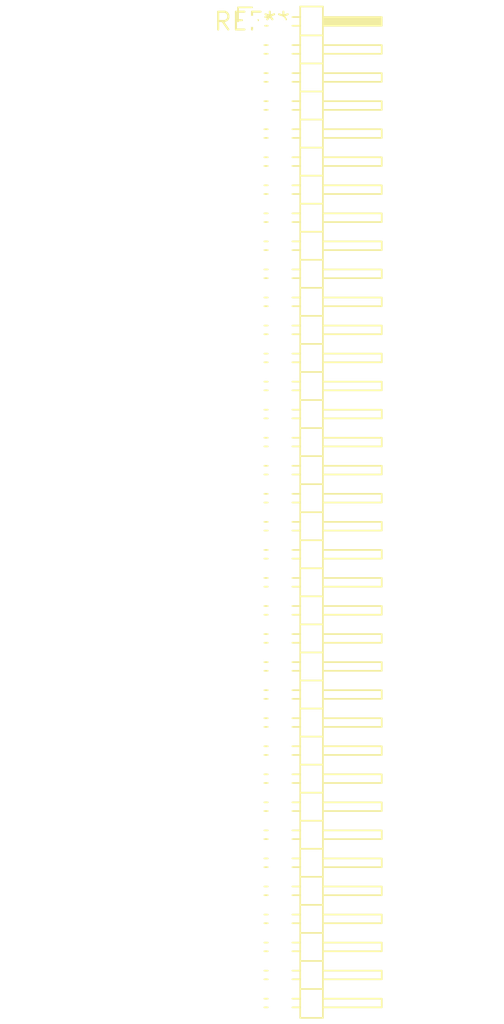
<source format=kicad_pcb>
(kicad_pcb (version 20240108) (generator pcbnew)
  (layers (0 "F.Cu" signal) (31 "B.Cu" signal) (34 "B.Paste" user) (35 "F.Paste" user) (36 "B.SilkS" user "B.Silkscreen") (37 "F.SilkS" user "F.Silkscreen") (38 "B.Mask" user) (39 "F.Mask" user) (44 "Edge.Cuts" user))
  (net 0 "")
  (footprint "PinHeader_2x36_P2.00mm_Horizontal" (layer "F.Cu") (at 0 0)
    (property "Reference" "REF**")
    (property "Value" "PinHeader_2x36_P2.00mm_Horizontal")
    (fp_line (start -1 -1) (end 0 -1) (layer "F.SilkS") (stroke (width 0.12)))
    (fp_line (start -1 0) (end -1 -1) (layer "F.SilkS") (stroke (width 0.12)))
    (fp_line (start 0.882114 1.69) (end 1.117886 1.69) (layer "F.SilkS") (stroke (width 0.12)))
    (fp_line (start 0.882114 2.31) (end 1.117886 2.31) (layer "F.SilkS") (stroke (width 0.12)))
    (fp_line (start 0.882114 3.69) (end 1.117886 3.69) (layer "F.SilkS") (stroke (width 0.12)))
    (fp_line (start 0.882114 4.31) (end 1.117886 4.31) (layer "F.SilkS") (stroke (width 0.12)))
    (fp_line (start 0.882114 5.69) (end 1.117886 5.69) (layer "F.SilkS") (stroke (width 0.12)))
    (fp_line (start 0.882114 6.31) (end 1.117886 6.31) (layer "F.SilkS") (stroke (width 0.12)))
    (fp_line (start 0.882114 7.69) (end 1.117886 7.69) (layer "F.SilkS") (stroke (width 0.12)))
    (fp_line (start 0.882114 8.31) (end 1.117886 8.31) (layer "F.SilkS") (stroke (width 0.12)))
    (fp_line (start 0.882114 9.69) (end 1.117886 9.69) (layer "F.SilkS") (stroke (width 0.12)))
    (fp_line (start 0.882114 10.31) (end 1.117886 10.31) (layer "F.SilkS") (stroke (width 0.12)))
    (fp_line (start 0.882114 11.69) (end 1.117886 11.69) (layer "F.SilkS") (stroke (width 0.12)))
    (fp_line (start 0.882114 12.31) (end 1.117886 12.31) (layer "F.SilkS") (stroke (width 0.12)))
    (fp_line (start 0.882114 13.69) (end 1.117886 13.69) (layer "F.SilkS") (stroke (width 0.12)))
    (fp_line (start 0.882114 14.31) (end 1.117886 14.31) (layer "F.SilkS") (stroke (width 0.12)))
    (fp_line (start 0.882114 15.69) (end 1.117886 15.69) (layer "F.SilkS") (stroke (width 0.12)))
    (fp_line (start 0.882114 16.31) (end 1.117886 16.31) (layer "F.SilkS") (stroke (width 0.12)))
    (fp_line (start 0.882114 17.69) (end 1.117886 17.69) (layer "F.SilkS") (stroke (width 0.12)))
    (fp_line (start 0.882114 18.31) (end 1.117886 18.31) (layer "F.SilkS") (stroke (width 0.12)))
    (fp_line (start 0.882114 19.69) (end 1.117886 19.69) (layer "F.SilkS") (stroke (width 0.12)))
    (fp_line (start 0.882114 20.31) (end 1.117886 20.31) (layer "F.SilkS") (stroke (width 0.12)))
    (fp_line (start 0.882114 21.69) (end 1.117886 21.69) (layer "F.SilkS") (stroke (width 0.12)))
    (fp_line (start 0.882114 22.31) (end 1.117886 22.31) (layer "F.SilkS") (stroke (width 0.12)))
    (fp_line (start 0.882114 23.69) (end 1.117886 23.69) (layer "F.SilkS") (stroke (width 0.12)))
    (fp_line (start 0.882114 24.31) (end 1.117886 24.31) (layer "F.SilkS") (stroke (width 0.12)))
    (fp_line (start 0.882114 25.69) (end 1.117886 25.69) (layer "F.SilkS") (stroke (width 0.12)))
    (fp_line (start 0.882114 26.31) (end 1.117886 26.31) (layer "F.SilkS") (stroke (width 0.12)))
    (fp_line (start 0.882114 27.69) (end 1.117886 27.69) (layer "F.SilkS") (stroke (width 0.12)))
    (fp_line (start 0.882114 28.31) (end 1.117886 28.31) (layer "F.SilkS") (stroke (width 0.12)))
    (fp_line (start 0.882114 29.69) (end 1.117886 29.69) (layer "F.SilkS") (stroke (width 0.12)))
    (fp_line (start 0.882114 30.31) (end 1.117886 30.31) (layer "F.SilkS") (stroke (width 0.12)))
    (fp_line (start 0.882114 31.69) (end 1.117886 31.69) (layer "F.SilkS") (stroke (width 0.12)))
    (fp_line (start 0.882114 32.31) (end 1.117886 32.31) (layer "F.SilkS") (stroke (width 0.12)))
    (fp_line (start 0.882114 33.69) (end 1.117886 33.69) (layer "F.SilkS") (stroke (width 0.12)))
    (fp_line (start 0.882114 34.31) (end 1.117886 34.31) (layer "F.SilkS") (stroke (width 0.12)))
    (fp_line (start 0.882114 35.69) (end 1.117886 35.69) (layer "F.SilkS") (stroke (width 0.12)))
    (fp_line (start 0.882114 36.31) (end 1.117886 36.31) (layer "F.SilkS") (stroke (width 0.12)))
    (fp_line (start 0.882114 37.69) (end 1.117886 37.69) (layer "F.SilkS") (stroke (width 0.12)))
    (fp_line (start 0.882114 38.31) (end 1.117886 38.31) (layer "F.SilkS") (stroke (width 0.12)))
    (fp_line (start 0.882114 39.69) (end 1.117886 39.69) (layer "F.SilkS") (stroke (width 0.12)))
    (fp_line (start 0.882114 40.31) (end 1.117886 40.31) (layer "F.SilkS") (stroke (width 0.12)))
    (fp_line (start 0.882114 41.69) (end 1.117886 41.69) (layer "F.SilkS") (stroke (width 0.12)))
    (fp_line (start 0.882114 42.31) (end 1.117886 42.31) (layer "F.SilkS") (stroke (width 0.12)))
    (fp_line (start 0.882114 43.69) (end 1.117886 43.69) (layer "F.SilkS") (stroke (width 0.12)))
    (fp_line (start 0.882114 44.31) (end 1.117886 44.31) (layer "F.SilkS") (stroke (width 0.12)))
    (fp_line (start 0.882114 45.69) (end 1.117886 45.69) (layer "F.SilkS") (stroke (width 0.12)))
    (fp_line (start 0.882114 46.31) (end 1.117886 46.31) (layer "F.SilkS") (stroke (width 0.12)))
    (fp_line (start 0.882114 47.69) (end 1.117886 47.69) (layer "F.SilkS") (stroke (width 0.12)))
    (fp_line (start 0.882114 48.31) (end 1.117886 48.31) (layer "F.SilkS") (stroke (width 0.12)))
    (fp_line (start 0.882114 49.69) (end 1.117886 49.69) (layer "F.SilkS") (stroke (width 0.12)))
    (fp_line (start 0.882114 50.31) (end 1.117886 50.31) (layer "F.SilkS") (stroke (width 0.12)))
    (fp_line (start 0.882114 51.69) (end 1.117886 51.69) (layer "F.SilkS") (stroke (width 0.12)))
    (fp_line (start 0.882114 52.31) (end 1.117886 52.31) (layer "F.SilkS") (stroke (width 0.12)))
    (fp_line (start 0.882114 53.69) (end 1.117886 53.69) (layer "F.SilkS") (stroke (width 0.12)))
    (fp_line (start 0.882114 54.31) (end 1.117886 54.31) (layer "F.SilkS") (stroke (width 0.12)))
    (fp_line (start 0.882114 55.69) (end 1.117886 55.69) (layer "F.SilkS") (stroke (width 0.12)))
    (fp_line (start 0.882114 56.31) (end 1.117886 56.31) (layer "F.SilkS") (stroke (width 0.12)))
    (fp_line (start 0.882114 57.69) (end 1.117886 57.69) (layer "F.SilkS") (stroke (width 0.12)))
    (fp_line (start 0.882114 58.31) (end 1.117886 58.31) (layer "F.SilkS") (stroke (width 0.12)))
    (fp_line (start 0.882114 59.69) (end 1.117886 59.69) (layer "F.SilkS") (stroke (width 0.12)))
    (fp_line (start 0.882114 60.31) (end 1.117886 60.31) (layer "F.SilkS") (stroke (width 0.12)))
    (fp_line (start 0.882114 61.69) (end 1.117886 61.69) (layer "F.SilkS") (stroke (width 0.12)))
    (fp_line (start 0.882114 62.31) (end 1.117886 62.31) (layer "F.SilkS") (stroke (width 0.12)))
    (fp_line (start 0.882114 63.69) (end 1.117886 63.69) (layer "F.SilkS") (stroke (width 0.12)))
    (fp_line (start 0.882114 64.31) (end 1.117886 64.31) (layer "F.SilkS") (stroke (width 0.12)))
    (fp_line (start 0.882114 65.69) (end 1.117886 65.69) (layer "F.SilkS") (stroke (width 0.12)))
    (fp_line (start 0.882114 66.31) (end 1.117886 66.31) (layer "F.SilkS") (stroke (width 0.12)))
    (fp_line (start 0.882114 67.69) (end 1.117886 67.69) (layer "F.SilkS") (stroke (width 0.12)))
    (fp_line (start 0.882114 68.31) (end 1.117886 68.31) (layer "F.SilkS") (stroke (width 0.12)))
    (fp_line (start 0.882114 69.69) (end 1.117886 69.69) (layer "F.SilkS") (stroke (width 0.12)))
    (fp_line (start 0.882114 70.31) (end 1.117886 70.31) (layer "F.SilkS") (stroke (width 0.12)))
    (fp_line (start 0.935 -0.31) (end 1.117886 -0.31) (layer "F.SilkS") (stroke (width 0.12)))
    (fp_line (start 0.935 0.31) (end 1.117886 0.31) (layer "F.SilkS") (stroke (width 0.12)))
    (fp_line (start 2.882114 -0.31) (end 3.44 -0.31) (layer "F.SilkS") (stroke (width 0.12)))
    (fp_line (start 2.882114 0.31) (end 3.44 0.31) (layer "F.SilkS") (stroke (width 0.12)))
    (fp_line (start 2.882114 1.69) (end 3.44 1.69) (layer "F.SilkS") (stroke (width 0.12)))
    (fp_line (start 2.882114 2.31) (end 3.44 2.31) (layer "F.SilkS") (stroke (width 0.12)))
    (fp_line (start 2.882114 3.69) (end 3.44 3.69) (layer "F.SilkS") (stroke (width 0.12)))
    (fp_line (start 2.882114 4.31) (end 3.44 4.31) (layer "F.SilkS") (stroke (width 0.12)))
    (fp_line (start 2.882114 5.69) (end 3.44 5.69) (layer "F.SilkS") (stroke (width 0.12)))
    (fp_line (start 2.882114 6.31) (end 3.44 6.31) (layer "F.SilkS") (stroke (width 0.12)))
    (fp_line (start 2.882114 7.69) (end 3.44 7.69) (layer "F.SilkS") (stroke (width 0.12)))
    (fp_line (start 2.882114 8.31) (end 3.44 8.31) (layer "F.SilkS") (stroke (width 0.12)))
    (fp_line (start 2.882114 9.69) (end 3.44 9.69) (layer "F.SilkS") (stroke (width 0.12)))
    (fp_line (start 2.882114 10.31) (end 3.44 10.31) (layer "F.SilkS") (stroke (width 0.12)))
    (fp_line (start 2.882114 11.69) (end 3.44 11.69) (layer "F.SilkS") (stroke (width 0.12)))
    (fp_line (start 2.882114 12.31) (end 3.44 12.31) (layer "F.SilkS") (stroke (width 0.12)))
    (fp_line (start 2.882114 13.69) (end 3.44 13.69) (layer "F.SilkS") (stroke (width 0.12)))
    (fp_line (start 2.882114 14.31) (end 3.44 14.31) (layer "F.SilkS") (stroke (width 0.12)))
    (fp_line (start 2.882114 15.69) (end 3.44 15.69) (layer "F.SilkS") (stroke (width 0.12)))
    (fp_line (start 2.882114 16.31) (end 3.44 16.31) (layer "F.SilkS") (stroke (width 0.12)))
    (fp_line (start 2.882114 17.69) (end 3.44 17.69) (layer "F.SilkS") (stroke (width 0.12)))
    (fp_line (start 2.882114 18.31) (end 3.44 18.31) (layer "F.SilkS") (stroke (width 0.12)))
    (fp_line (start 2.882114 19.69) (end 3.44 19.69) (layer "F.SilkS") (stroke (width 0.12)))
    (fp_line (start 2.882114 20.31) (end 3.44 20.31) (layer "F.SilkS") (stroke (width 0.12)))
    (fp_line (start 2.882114 21.69) (end 3.44 21.69) (layer "F.SilkS") (stroke (width 0.12)))
    (fp_line (start 2.882114 22.31) (end 3.44 22.31) (layer "F.SilkS") (stroke (width 0.12)))
    (fp_line (start 2.882114 23.69) (end 3.44 23.69) (layer "F.SilkS") (stroke (width 0.12)))
    (fp_line (start 2.882114 24.31) (end 3.44 24.31) (layer "F.SilkS") (stroke (width 0.12)))
    (fp_line (start 2.882114 25.69) (end 3.44 25.69) (layer "F.SilkS") (stroke (width 0.12)))
    (fp_line (start 2.882114 26.31) (end 3.44 26.31) (layer "F.SilkS") (stroke (width 0.12)))
    (fp_line (start 2.882114 27.69) (end 3.44 27.69) (layer "F.SilkS") (stroke (width 0.12)))
    (fp_line (start 2.882114 28.31) (end 3.44 28.31) (layer "F.SilkS") (stroke (width 0.12)))
    (fp_line (start 2.882114 29.69) (end 3.44 29.69) (layer "F.SilkS") (stroke (width 0.12)))
    (fp_line (start 2.882114 30.31) (end 3.44 30.31) (layer "F.SilkS") (stroke (width 0.12)))
    (fp_line (start 2.882114 31.69) (end 3.44 31.69) (layer "F.SilkS") (stroke (width 0.12)))
    (fp_line (start 2.882114 32.31) (end 3.44 32.31) (layer "F.SilkS") (stroke (width 0.12)))
    (fp_line (start 2.882114 33.69) (end 3.44 33.69) (layer "F.SilkS") (stroke (width 0.12)))
    (fp_line (start 2.882114 34.31) (end 3.44 34.31) (layer "F.SilkS") (stroke (width 0.12)))
    (fp_line (start 2.882114 35.69) (end 3.44 35.69) (layer "F.SilkS") (stroke (width 0.12)))
    (fp_line (start 2.882114 36.31) (end 3.44 36.31) (layer "F.SilkS") (stroke (width 0.12)))
    (fp_line (start 2.882114 37.69) (end 3.44 37.69) (layer "F.SilkS") (stroke (width 0.12)))
    (fp_line (start 2.882114 38.31) (end 3.44 38.31) (layer "F.SilkS") (stroke (width 0.12)))
    (fp_line (start 2.882114 39.69) (end 3.44 39.69) (layer "F.SilkS") (stroke (width 0.12)))
    (fp_line (start 2.882114 40.31) (end 3.44 40.31) (layer "F.SilkS") (stroke (width 0.12)))
    (fp_line (start 2.882114 41.69) (end 3.44 41.69) (layer "F.SilkS") (stroke (width 0.12)))
    (fp_line (start 2.882114 42.31) (end 3.44 42.31) (layer "F.SilkS") (stroke (width 0.12)))
    (fp_line (start 2.882114 43.69) (end 3.44 43.69) (layer "F.SilkS") (stroke (width 0.12)))
    (fp_line (start 2.882114 44.31) (end 3.44 44.31) (layer "F.SilkS") (stroke (width 0.12)))
    (fp_line (start 2.882114 45.69) (end 3.44 45.69) (layer "F.SilkS") (stroke (width 0.12)))
    (fp_line (start 2.882114 46.31) (end 3.44 46.31) (layer "F.SilkS") (stroke (width 0.12)))
    (fp_line (start 2.882114 47.69) (end 3.44 47.69) (layer "F.SilkS") (stroke (width 0.12)))
    (fp_line (start 2.882114 48.31) (end 3.44 48.31) (layer "F.SilkS") (stroke (width 0.12)))
    (fp_line (start 2.882114 49.69) (end 3.44 49.69) (layer "F.SilkS") (stroke (width 0.12)))
    (fp_line (start 2.882114 50.31) (end 3.44 50.31) (layer "F.SilkS") (stroke (width 0.12)))
    (fp_line (start 2.882114 51.69) (end 3.44 51.69) (layer "F.SilkS") (stroke (width 0.12)))
    (fp_line (start 2.882114 52.31) (end 3.44 52.31) (layer "F.SilkS") (stroke (width 0.12)))
    (fp_line (start 2.882114 53.69) (end 3.44 53.69) (layer "F.SilkS") (stroke (width 0.12)))
    (fp_line (start 2.882114 54.31) (end 3.44 54.31) (layer "F.SilkS") (stroke (width 0.12)))
    (fp_line (start 2.882114 55.69) (end 3.44 55.69) (layer "F.SilkS") (stroke (width 0.12)))
    (fp_line (start 2.882114 56.31) (end 3.44 56.31) (layer "F.SilkS") (stroke (width 0.12)))
    (fp_line (start 2.882114 57.69) (end 3.44 57.69) (layer "F.SilkS") (stroke (width 0.12)))
    (fp_line (start 2.882114 58.31) (end 3.44 58.31) (layer "F.SilkS") (stroke (width 0.12)))
    (fp_line (start 2.882114 59.69) (end 3.44 59.69) (layer "F.SilkS") (stroke (width 0.12)))
    (fp_line (start 2.882114 60.31) (end 3.44 60.31) (layer "F.SilkS") (stroke (width 0.12)))
    (fp_line (start 2.882114 61.69) (end 3.44 61.69) (layer "F.SilkS") (stroke (width 0.12)))
    (fp_line (start 2.882114 62.31) (end 3.44 62.31) (layer "F.SilkS") (stroke (width 0.12)))
    (fp_line (start 2.882114 63.69) (end 3.44 63.69) (layer "F.SilkS") (stroke (width 0.12)))
    (fp_line (start 2.882114 64.31) (end 3.44 64.31) (layer "F.SilkS") (stroke (width 0.12)))
    (fp_line (start 2.882114 65.69) (end 3.44 65.69) (layer "F.SilkS") (stroke (width 0.12)))
    (fp_line (start 2.882114 66.31) (end 3.44 66.31) (layer "F.SilkS") (stroke (width 0.12)))
    (fp_line (start 2.882114 67.69) (end 3.44 67.69) (layer "F.SilkS") (stroke (width 0.12)))
    (fp_line (start 2.882114 68.31) (end 3.44 68.31) (layer "F.SilkS") (stroke (width 0.12)))
    (fp_line (start 2.882114 69.69) (end 3.44 69.69) (layer "F.SilkS") (stroke (width 0.12)))
    (fp_line (start 2.882114 70.31) (end 3.44 70.31) (layer "F.SilkS") (stroke (width 0.12)))
    (fp_line (start 3.44 -1.06) (end 3.44 71.06) (layer "F.SilkS") (stroke (width 0.12)))
    (fp_line (start 3.44 1) (end 5.06 1) (layer "F.SilkS") (stroke (width 0.12)))
    (fp_line (start 3.44 3) (end 5.06 3) (layer "F.SilkS") (stroke (width 0.12)))
    (fp_line (start 3.44 5) (end 5.06 5) (layer "F.SilkS") (stroke (width 0.12)))
    (fp_line (start 3.44 7) (end 5.06 7) (layer "F.SilkS") (stroke (width 0.12)))
    (fp_line (start 3.44 9) (end 5.06 9) (layer "F.SilkS") (stroke (width 0.12)))
    (fp_line (start 3.44 11) (end 5.06 11) (layer "F.SilkS") (stroke (width 0.12)))
    (fp_line (start 3.44 13) (end 5.06 13) (layer "F.SilkS") (stroke (width 0.12)))
    (fp_line (start 3.44 15) (end 5.06 15) (layer "F.SilkS") (stroke (width 0.12)))
    (fp_line (start 3.44 17) (end 5.06 17) (layer "F.SilkS") (stroke (width 0.12)))
    (fp_line (start 3.44 19) (end 5.06 19) (layer "F.SilkS") (stroke (width 0.12)))
    (fp_line (start 3.44 21) (end 5.06 21) (layer "F.SilkS") (stroke (width 0.12)))
    (fp_line (start 3.44 23) (end 5.06 23) (layer "F.SilkS") (stroke (width 0.12)))
    (fp_line (start 3.44 25) (end 5.06 25) (layer "F.SilkS") (stroke (width 0.12)))
    (fp_line (start 3.44 27) (end 5.06 27) (layer "F.SilkS") (stroke (width 0.12)))
    (fp_line (start 3.44 29) (end 5.06 29) (layer "F.SilkS") (stroke (width 0.12)))
    (fp_line (start 3.44 31) (end 5.06 31) (layer "F.SilkS") (stroke (width 0.12)))
    (fp_line (start 3.44 33) (end 5.06 33) (layer "F.SilkS") (stroke (width 0.12)))
    (fp_line (start 3.44 35) (end 5.06 35) (layer "F.SilkS") (stroke (width 0.12)))
    (fp_line (start 3.44 37) (end 5.06 37) (layer "F.SilkS") (stroke (width 0.12)))
    (fp_line (start 3.44 39) (end 5.06 39) (layer "F.SilkS") (stroke (width 0.12)))
    (fp_line (start 3.44 41) (end 5.06 41) (layer "F.SilkS") (stroke (width 0.12)))
    (fp_line (start 3.44 43) (end 5.06 43) (layer "F.SilkS") (stroke (width 0.12)))
    (fp_line (start 3.44 45) (end 5.06 45) (layer "F.SilkS") (stroke (width 0.12)))
    (fp_line (start 3.44 47) (end 5.06 47) (layer "F.SilkS") (stroke (width 0.12)))
    (fp_line (start 3.44 49) (end 5.06 49) (layer "F.SilkS") (stroke (width 0.12)))
    (fp_line (start 3.44 51) (end 5.06 51) (layer "F.SilkS") (stroke (width 0.12)))
    (fp_line (start 3.44 53) (end 5.06 53) (layer "F.SilkS") (stroke (width 0.12)))
    (fp_line (start 3.44 55) (end 5.06 55) (layer "F.SilkS") (stroke (width 0.12)))
    (fp_line (start 3.44 57) (end 5.06 57) (layer "F.SilkS") (stroke (width 0.12)))
    (fp_line (start 3.44 59) (end 5.06 59) (layer "F.SilkS") (stroke (width 0.12)))
    (fp_line (start 3.44 61) (end 5.06 61) (layer "F.SilkS") (stroke (width 0.12)))
    (fp_line (start 3.44 63) (end 5.06 63) (layer "F.SilkS") (stroke (width 0.12)))
    (fp_line (start 3.44 65) (end 5.06 65) (layer "F.SilkS") (stroke (width 0.12)))
    (fp_line (start 3.44 67) (end 5.06 67) (layer "F.SilkS") (stroke (width 0.12)))
    (fp_line (start 3.44 69) (end 5.06 69) (layer "F.SilkS") (stroke (width 0.12)))
    (fp_line (start 3.44 71.06) (end 5.06 71.06) (layer "F.SilkS") (stroke (width 0.12)))
    (fp_line (start 5.06 -1.06) (end 3.44 -1.06) (layer "F.SilkS") (stroke (width 0.12)))
    (fp_line (start 5.06 -0.31) (end 9.26 -0.31) (layer "F.SilkS") (stroke (width 0.12)))
    (fp_line (start 5.06 -0.25) (end 9.26 -0.25) (layer "F.SilkS") (stroke (width 0.12)))
    (fp_line (start 5.06 -0.13) (end 9.26 -0.13) (layer "F.SilkS") (stroke (width 0.12)))
    (fp_line (start 5.06 -0.01) (end 9.26 -0.01) (layer "F.SilkS") (stroke (width 0.12)))
    (fp_line (start 5.06 0.11) (end 9.26 0.11) (layer "F.SilkS") (stroke (width 0.12)))
    (fp_line (start 5.06 0.23) (end 9.26 0.23) (layer "F.SilkS") (stroke (width 0.12)))
    (fp_line (start 5.06 1.69) (end 9.26 1.69) (layer "F.SilkS") (stroke (width 0.12)))
    (fp_line (start 5.06 3.69) (end 9.26 3.69) (layer "F.SilkS") (stroke (width 0.12)))
    (fp_line (start 5.06 5.69) (end 9.26 5.69) (layer "F.SilkS") (stroke (width 0.12)))
    (fp_line (start 5.06 7.69) (end 9.26 7.69) (layer "F.SilkS") (stroke (width 0.12)))
    (fp_line (start 5.06 9.69) (end 9.26 9.69) (layer "F.SilkS") (stroke (width 0.12)))
    (fp_line (start 5.06 11.69) (end 9.26 11.69) (layer "F.SilkS") (stroke (width 0.12)))
    (fp_line (start 5.06 13.69) (end 9.26 13.69) (layer "F.SilkS") (stroke (width 0.12)))
    (fp_line (start 5.06 15.69) (end 9.26 15.69) (layer "F.SilkS") (stroke (width 0.12)))
    (fp_line (start 5.06 17.69) (end 9.26 17.69) (layer "F.SilkS") (stroke (width 0.12)))
    (fp_line (start 5.06 19.69) (end 9.26 19.69) (layer "F.SilkS") (stroke (width 0.12)))
    (fp_line (start 5.06 21.69) (end 9.26 21.69) (layer "F.SilkS") (stroke (width 0.12)))
    (fp_line (start 5.06 23.69) (end 9.26 23.69) (layer "F.SilkS") (stroke (width 0.12)))
    (fp_line (start 5.06 25.69) (end 9.26 25.69) (layer "F.SilkS") (stroke (width 0.12)))
    (fp_line (start 5.06 27.69) (end 9.26 27.69) (layer "F.SilkS") (stroke (width 0.12)))
    (fp_line (start 5.06 29.69) (end 9.26 29.69) (layer "F.SilkS") (stroke (width 0.12)))
    (fp_line (start 5.06 31.69) (end 9.26 31.69) (layer "F.SilkS") (stroke (width 0.12)))
    (fp_line (start 5.06 33.69) (end 9.26 33.69) (layer "F.SilkS") (stroke (width 0.12)))
    (fp_line (start 5.06 35.69) (end 9.26 35.69) (layer "F.SilkS") (stroke (width 0.12)))
    (fp_line (start 5.06 37.69) (end 9.26 37.69) (layer "F.SilkS") (stroke (width 0.12)))
    (fp_line (start 5.06 39.69) (end 9.26 39.69) (layer "F.SilkS") (stroke (width 0.12)))
    (fp_line (start 5.06 41.69) (end 9.26 41.69) (layer "F.SilkS") (stroke (width 0.12)))
    (fp_line (start 5.06 43.69) (end 9.26 43.69) (layer "F.SilkS") (stroke (width 0.12)))
    (fp_line (start 5.06 45.69) (end 9.26 45.69) (layer "F.SilkS") (stroke (width 0.12)))
    (fp_line (start 5.06 47.69) (end 9.26 47.69) (layer "F.SilkS") (stroke (width 0.12)))
    (fp_line (start 5.06 49.69) (end 9.26 49.69) (layer "F.SilkS") (stroke (width 0.12)))
    (fp_line (start 5.06 51.69) (end 9.26 51.69) (layer "F.SilkS") (stroke (width 0.12)))
    (fp_line (start 5.06 53.69) (end 9.26 53.69) (layer "F.SilkS") (stroke (width 0.12)))
    (fp_line (start 5.06 55.69) (end 9.26 55.69) (layer "F.SilkS") (stroke (width 0.12)))
    (fp_line (start 5.06 57.69) (end 9.26 57.69) (layer "F.SilkS") (stroke (width 0.12)))
    (fp_line (start 5.06 59.69) (end 9.26 59.69) (layer "F.SilkS") (stroke (width 0.12)))
    (fp_line (start 5.06 61.69) (end 9.26 61.69) (layer "F.SilkS") (stroke (width 0.12)))
    (fp_line (start 5.06 63.69) (end 9.26 63.69) (layer "F.SilkS") (stroke (width 0.12)))
    (fp_line (start 5.06 65.69) (end 9.26 65.69) (layer "F.SilkS") (stroke (width 0.12)))
    (fp_line (start 5.06 67.69) (end 9.26 67.69) (layer "F.SilkS") (stroke (width 0.12)))
    (fp_line (start 5.06 69.69) (end 9.26 69.69) (layer "F.SilkS") (stroke (width 0.12)))
    (fp_line (start 5.06 71.06) (end 5.06 -1.06) (layer "F.SilkS") (stroke (width 0.12)))
    (fp_line (start 9.26 -0.31) (end 9.26 0.31) (layer "F.SilkS") (stroke (width 0.12)))
    (fp_line (start 9.26 0.31) (end 5.06 0.31) (layer "F.SilkS") (stroke (width 0.12)))
    (fp_line (start 9.26 1.69) (end 9.26 2.31) (layer "F.SilkS") (stroke (width 0.12)))
    (fp_line (start 9.26 2.31) (end 5.06 2.31) (layer "F.SilkS") (stroke (width 0.12)))
    (fp_line (start 9.26 3.69) (end 9.26 4.31) (layer "F.SilkS") (stroke (width 0.12)))
    (fp_line (start 9.26 4.31) (end 5.06 4.31) (layer "F.SilkS") (stroke (width 0.12)))
    (fp_line (start 9.26 5.69) (end 9.26 6.31) (layer "F.SilkS") (stroke (width 0.12)))
    (fp_line (start 9.26 6.31) (end 5.06 6.31) (layer "F.SilkS") (stroke (width 0.12)))
    (fp_line (start 9.26 7.69) (end 9.26 8.31) (layer "F.SilkS") (stroke (width 0.12)))
    (fp_line (start 9.26 8.31) (end 5.06 8.31) (layer "F.SilkS") (stroke (width 0.12)))
    (fp_line (start 9.26 9.69) (end 9.26 10.31) (layer "F.SilkS") (stroke (width 0.12)))
    (fp_line (start 9.26 10.31) (end 5.06 10.31) (layer "F.SilkS") (stroke (width 0.12)))
    (fp_line (start 9.26 11.69) (end 9.26 12.31) (layer "F.SilkS") (stroke (width 0.12)))
    (fp_line (start 9.26 12.31) (end 5.06 12.31) (layer "F.SilkS") (stroke (width 0.12)))
    (fp_line (start 9.26 13.69) (end 9.26 14.31) (layer "F.SilkS") (stroke (width 0.12)))
    (fp_line (start 9.26 14.31) (end 5.06 14.31) (layer "F.SilkS") (stroke (width 0.12)))
    (fp_line (start 9.26 15.69) (end 9.26 16.31) (layer "F.SilkS") (stroke (width 0.12)))
    (fp_line (start 9.26 16.31) (end 5.06 16.31) (layer "F.SilkS") (stroke (width 0.12)))
    (fp_line (start 9.26 17.69) (end 9.26 18.31) (layer "F.SilkS") (stroke (width 0.12)))
    (fp_line (start 9.26 18.31) (end 5.06 18.31) (layer "F.SilkS") (stroke (width 0.12)))
    (fp_line (start 9.26 19.69) (end 9.26 20.31) (layer "F.SilkS") (stroke (width 0.12)))
    (fp_line (start 9.26 20.31) (end 5.06 20.31) (layer "F.SilkS") (stroke (width 0.12)))
    (fp_line (start 9.26 21.69) (end 9.26 22.31) (layer "F.SilkS") (stroke (width 0.12)))
    (fp_line (start 9.26 22.31) (end 5.06 22.31) (layer "F.SilkS") (stroke (width 0.12)))
    (fp_line (start 9.26 23.69) (end 9.26 24.31) (layer "F.SilkS") (stroke (width 0.12)))
    (fp_line (start 9.26 24.31) (end 5.06 24.31) (layer "F.SilkS") (stroke (width 0.12)))
    (fp_line (start 9.26 25.69) (end 9.26 26.31) (layer "F.SilkS") (stroke (width 0.12)))
    (fp_line (start 9.26 26.31) (end 5.06 26.31) (layer "F.SilkS") (stroke (width 0.12)))
    (fp_line (start 9.26 27.69) (end 9.26 28.31) (layer "F.SilkS") (stroke (width 0.12)))
    (fp_line (start 9.26 28.31) (end 5.06 28.31) (layer "F.SilkS") (stroke (width 0.12)))
    (fp_line (start 9.26 29.69) (end 9.26 30.31) (layer "F.SilkS") (stroke (width 0.12)))
    (fp_line (start 9.26 30.31) (end 5.06 30.31) (layer "F.SilkS") (stroke (width 0.12)))
    (fp_line (start 9.26 31.69) (end 9.26 32.31) (layer "F.SilkS") (stroke (width 0.12)))
    (fp_line (start 9.26 32.31) (end 5.06 32.31) (layer "F.SilkS") (stroke (width 0.12)))
    (fp_line (start 9.26 33.69) (end 9.26 34.31) (layer "F.SilkS") (stroke (width 0.12)))
    (fp_line (start 9.26 34.31) (end 5.06 34.31) (layer "F.SilkS") (stroke (width 0.12)))
    (fp_line (start 9.26 35.69) (end 9.26 36.31) (layer "F.SilkS") (stroke (width 0.12)))
    (fp_line (start 9.26 36.31) (end 5.06 36.31) (layer "F.SilkS") (stroke (width 0.12)))
    (fp_line (start 9.26 37.69) (end 9.26 38.31) (layer "F.SilkS") (stroke (width 0.12)))
    (fp_line (start 9.26 38.31) (end 5.06 38.31) (layer "F.SilkS") (stroke (width 0.12)))
    (fp_line (start 9.26 39.69) (end 9.26 40.31) (layer "F.SilkS") (stroke (width 0.12)))
    (fp_line (start 9.26 40.31) (end 5.06 40.31) (layer "F.SilkS") (stroke (width 0.12)))
    (fp_line (start 9.26 41.69) (end 9.26 42.31) (layer "F.SilkS") (stroke (width 0.12)))
    (fp_line (start 9.26 42.31) (end 5.06 42.31) (layer "F.SilkS") (stroke (width 0.12)))
    (fp_line (start 9.26 43.69) (end 9.26 44.31) (layer "F.SilkS") (stroke (width 0.12)))
    (fp_line (start 9.26 44.31) (end 5.06 44.31) (layer "F.SilkS") (stroke (width 0.12)))
    (fp_line (start 9.26 45.69) (end 9.26 46.31) (layer "F.SilkS") (stroke (width 0.12)))
    (fp_line (start 9.26 46.31) (end 5.06 46.31) (layer "F.SilkS") (stroke (width 0.12)))
    (fp_line (start 9.26 47.69) (end 9.26 48.31) (layer "F.SilkS") (stroke (width 0.12)))
    (fp_line (start 9.26 48.31) (end 5.06 48.31) (layer "F.SilkS") (stroke (width 0.12)))
    (fp_line (start 9.26 49.69) (end 9.26 50.31) (layer "F.SilkS") (stroke (width 0.12)))
    (fp_line (start 9.26 50.31) (end 5.06 50.31) (layer "F.SilkS") (stroke (width 0.12)))
    (fp_line (start 9.26 51.69) (end 9.26 52.31) (layer "F.SilkS") (stroke (width 0.12)))
    (fp_line (start 9.26 52.31) (end 5.06 52.31) (layer "F.SilkS") (stroke (width 0.12)))
    (fp_line (start 9.26 53.69) (end 9.26 54.31) (layer "F.SilkS") (stroke (width 0.12)))
    (fp_line (start 9.26 54.31) (end 5.06 54.31) (layer "F.SilkS") (stroke (width 0.12)))
    (fp_line (start 9.26 55.69) (end 9.26 56.31) (layer "F.SilkS") (stroke (width 0.12)))
    (fp_line (start 9.26 56.31) (end 5.06 56.31) (layer "F.SilkS") (stroke (width 0.12)))
    (fp_line (start 9.26 57.69) (end 9.26 58.31) (layer "F.SilkS") (stroke (width 0.12)))
    (fp_line (start 9.26 58.31) (end 5.06 58.31) (layer "F.SilkS") (stroke (width 0.12)))
    (fp_line (start 9.26 59.69) (end 9.26 60.31) (layer "F.SilkS") (stroke (width 0.12)))
    (fp_line (start 9.26 60.31) (end 5.06 60.31) (layer "F.SilkS") (stroke (width 0.12)))
    (fp_line (start 9.26 61.69) (end 9.26 62.31) (layer "F.SilkS") (stroke (width 0.12)))
    (fp_line (start 9.26 62.31) (end 5.06 62.31) (layer "F.SilkS") (stroke (width 0.12)))
    (fp_line (start 9.26 63.69) (end 9.26 64.31) (layer "F.SilkS") (stroke (width 0.12)))
    (fp_line (start 9.26 64.31) (end 5.06 64.31) (layer "F.SilkS") (stroke (width 0.12)))
    (fp_line (start 9.26 65.69) (end 9.26 66.31) (layer "F.SilkS") (stroke (width 0.12)))
    (fp_line (start 9.26 66.31) (end 5.06 66.31) (layer "F.SilkS") (stroke (width 0.12)))
    (fp_line (start 9.26 67.69) (end 9.26 68.31) (layer "F.SilkS") (stroke (width 0.12)))
    (fp_line (start 9.26 68.31) (end 5.06 68.31) (layer "F.SilkS") (stroke (width 0.12)))
    (fp_line (start 9.26 69.69) (end 9.26 70.31) (layer "F.SilkS") (stroke (width 0.12)))
    (fp_line (start 9.26 70.31) (end 5.06 70.31) (layer "F.SilkS") (stroke (width 0.12)))
    (pad "1" thru_hole rect (at 0 0) (size 1.35 1.35) (drill 0.8) (layers *.Cu *.Mask) (remove_unused_layers))
    (pad "2" thru_hole oval (at 2 0) (size 1.35 1.35) (drill 0.8) (layers *.Cu *.Mask) (remove_unused_layers))
    (pad "3" thru_hole oval (at 0 2) (size 1.35 1.35) (drill 0.8) (layers *.Cu *.Mask) (remove_unused_layers))
    (pad "4" thru_hole oval (at 2 2) (size 1.35 1.35) (drill 0.8) (layers *.Cu *.Mask) (remove_unused_layers))
    (pad "5" thru_hole oval (at 0 4) (size 1.35 1.35) (drill 0.8) (layers *.Cu *.Mask) (remove_unused_layers))
    (pad "6" thru_hole oval (at 2 4) (size 1.35 1.35) (drill 0.8) (layers *.Cu *.Mask) (remove_unused_layers))
    (pad "7" thru_hole oval (at 0 6) (size 1.35 1.35) (drill 0.8) (layers *.Cu *.Mask) (remove_unused_layers))
    (pad "8" thru_hole oval (at 2 6) (size 1.35 1.35) (drill 0.8) (layers *.Cu *.Mask) (remove_unused_layers))
    (pad "9" thru_hole oval (at 0 8) (size 1.35 1.35) (drill 0.8) (layers *.Cu *.Mask) (remove_unused_layers))
    (pad "10" thru_hole oval (at 2 8) (size 1.35 1.35) (drill 0.8) (layers *.Cu *.Mask) (remove_unused_layers))
    (pad "11" thru_hole oval (at 0 10) (size 1.35 1.35) (drill 0.8) (layers *.Cu *.Mask) (remove_unused_layers))
    (pad "12" thru_hole oval (at 2 10) (size 1.35 1.35) (drill 0.8) (layers *.Cu *.Mask) (remove_unused_layers))
    (pad "13" thru_hole oval (at 0 12) (size 1.35 1.35) (drill 0.8) (layers *.Cu *.Mask) (remove_unused_layers))
    (pad "14" thru_hole oval (at 2 12) (size 1.35 1.35) (drill 0.8) (layers *.Cu *.Mask) (remove_unused_layers))
    (pad "15" thru_hole oval (at 0 14) (size 1.35 1.35) (drill 0.8) (layers *.Cu *.Mask) (remove_unused_layers))
    (pad "16" thru_hole oval (at 2 14) (size 1.35 1.35) (drill 0.8) (layers *.Cu *.Mask) (remove_unused_layers))
    (pad "17" thru_hole oval (at 0 16) (size 1.35 1.35) (drill 0.8) (layers *.Cu *.Mask) (remove_unused_layers))
    (pad "18" thru_hole oval (at 2 16) (size 1.35 1.35) (drill 0.8) (layers *.Cu *.Mask) (remove_unused_layers))
    (pad "19" thru_hole oval (at 0 18) (size 1.35 1.35) (drill 0.8) (layers *.Cu *.Mask) (remove_unused_layers))
    (pad "20" thru_hole oval (at 2 18) (size 1.35 1.35) (drill 0.8) (layers *.Cu *.Mask) (remove_unused_layers))
    (pad "21" thru_hole oval (at 0 20) (size 1.35 1.35) (drill 0.8) (layers *.Cu *.Mask) (remove_unused_layers))
    (pad "22" thru_hole oval (at 2 20) (size 1.35 1.35) (drill 0.8) (layers *.Cu *.Mask) (remove_unused_layers))
    (pad "23" thru_hole oval (at 0 22) (size 1.35 1.35) (drill 0.8) (layers *.Cu *.Mask) (remove_unused_layers))
    (pad "24" thru_hole oval (at 2 22) (size 1.35 1.35) (drill 0.8) (layers *.Cu *.Mask) (remove_unused_layers))
    (pad "25" thru_hole oval (at 0 24) (size 1.35 1.35) (drill 0.8) (layers *.Cu *.Mask) (remove_unused_layers))
    (pad "26" thru_hole oval (at 2 24) (size 1.35 1.35) (drill 0.8) (layers *.Cu *.Mask) (remove_unused_layers))
    (pad "27" thru_hole oval (at 0 26) (size 1.35 1.35) (drill 0.8) (layers *.Cu *.Mask) (remove_unused_layers))
    (pad "28" thru_hole oval (at 2 26) (size 1.35 1.35) (drill 0.8) (layers *.Cu *.Mask) (remove_unused_layers))
    (pad "29" thru_hole oval (at 0 28) (size 1.35 1.35) (drill 0.8) (layers *.Cu *.Mask) (remove_unused_layers))
    (pad "30" thru_hole oval (at 2 28) (size 1.35 1.35) (drill 0.8) (layers *.Cu *.Mask) (remove_unused_layers))
    (pad "31" thru_hole oval (at 0 30) (size 1.35 1.35) (drill 0.8) (layers *.Cu *.Mask) (remove_unused_layers))
    (pad "32" thru_hole oval (at 2 30) (size 1.35 1.35) (drill 0.8) (layers *.Cu *.Mask) (remove_unused_layers))
    (pad "33" thru_hole oval (at 0 32) (size 1.35 1.35) (drill 0.8) (layers *.Cu *.Mask) (remove_unused_layers))
    (pad "34" thru_hole oval (at 2 32) (size 1.35 1.35) (drill 0.8) (layers *.Cu *.Mask) (remove_unused_layers))
    (pad "35" thru_hole oval (at 0 34) (size 1.35 1.35) (drill 0.8) (layers *.Cu *.Mask) (remove_unused_layers))
    (pad "36" thru_hole oval (at 2 34) (size 1.35 1.35) (drill 0.8) (layers *.Cu *.Mask) (remove_unused_layers))
    (pad "37" thru_hole oval (at 0 36) (size 1.35 1.35) (drill 0.8) (layers *.Cu *.Mask) (remove_unused_layers))
    (pad "38" thru_hole oval (at 2 36) (size 1.35 1.35) (drill 0.8) (layers *.Cu *.Mask) (remove_unused_layers))
    (pad "39" thru_hole oval (at 0 38) (size 1.35 1.35) (drill 0.8) (layers *.Cu *.Mask) (remove_unused_layers))
    (pad "40" thru_hole oval (at 2 38) (size 1.35 1.35) (drill 0.8) (layers *.Cu *.Mask) (remove_unused_layers))
    (pad "41" thru_hole oval (at 0 40) (size 1.35 1.35) (drill 0.8) (layers *.Cu *.Mask) (remove_unused_layers))
    (pad "42" thru_hole oval (at 2 40) (size 1.35 1.35) (drill 0.8) (layers *.Cu *.Mask) (remove_unused_layers))
    (pad "43" thru_hole oval (at 0 42) (size 1.35 1.35) (drill 0.8) (layers *.Cu *.Mask) (remove_unused_layers))
    (pad "44" thru_hole oval (at 2 42) (size 1.35 1.35) (drill 0.8) (layers *.Cu *.Mask) (remove_unused_layers))
    (pad "45" thru_hole oval (at 0 44) (size 1.35 1.35) (drill 0.8) (layers *.Cu *.Mask) (remove_unused_layers))
    (pad "46" thru_hole oval (at 2 44) (size 1.35 1.35) (drill 0.8) (layers *.Cu *.Mask) (remove_unused_layers))
    (pad "47" thru_hole oval (at 0 46) (size 1.35 1.35) (drill 0.8) (layers *.Cu *.Mask) (remove_unused_layers))
    (pad "48" thru_hole oval (at 2 46) (size 1.35 1.35) (drill 0.8) (layers *.Cu *.Mask) (remove_unused_layers))
    (pad "49" thru_hole oval (at 0 48) (size 1.35 1.35) (drill 0.8) (layers *.Cu *.Mask) (remove_unused_layers))
    (pad "50" thru_hole oval (at 2 48) (size 1.35 1.35) (drill 0.8) (layers *.Cu *.Mask) (remove_unused_layers))
    (pad "51" thru_hole oval (at 0 50) (size 1.35 1.35) (drill 0.8) (layers *.Cu *.Mask) (remove_unused_layers))
    (pad "52" thru_hole oval (at 2 50) (size 1.35 1.35) (drill 0.8) (layers *.Cu *.Mask) (remove_unused_layers))
    (pad "53" thru_hole oval (at 0 52) (size 1.35 1.35) (drill 0.8) (layers *.Cu *.Mask) (remove_unused_layers))
    (pad "54" thru_hole oval (at 2 52) (size 1.35 1.35) (drill 0.8) (layers *.Cu *.Mask) (remove_unused_layers))
    (pad "55" thru_hole oval (at 0 54) (size 1.35 1.35) (drill 0.8) (layers *.Cu *.Mask) (remove_unused_layers))
    (pad "56" thru_hole oval (at 2 54) (size 1.35 1.35) (drill 0.8) (layers *.Cu *.Mask) (remove_unused_layers))
    (pad "57" thru_hole oval (at 0 56) (size 1.35 1.35) (drill 0.8) (layers *.Cu *.Mask) (remove_unused_layers))
    (pad "58" thru_hole oval (at 2 56) (size 1.35 1.35) (drill 0.8) (layers *.Cu *.Mask) (remove_unused_layers))
    (pad "59" thru_hole oval (at 0 58) (size 1.35 1.35) (drill 0.8) (layers *.Cu *.Mask) (remove_unused_layers))
    (pad "60" thru_hole oval (at 2 58) (size 1.35 1.35) (drill 0.8) (layers *.Cu *.Mask) (remove_unused_layers))
    (pad "61" thru_hole oval (at 0 60) (size 1.35 1.35) (drill 0.8) (layers *.Cu *.Mask) (remove_unused_layers))
    (pad "62" thru_hole oval (at 2 60) (size 1.35 1.35) (drill 0.8) (layers *.Cu *.Mask) (remove_unused_layers))
    (pad "63" thru_hole oval (at 0 62) (size 1.35 1.35) (drill 0.8) (layers *.Cu *.Mask) (remove_unused_layers))
    (pad "64" thru_hole oval (at 2 62) (size 1.35 1.35) (drill 0.8) (layers *.Cu *.Mask) (remove_unused_layers))
    (pad "65" thru_hole oval (at 0 64) (size 1.35 1.35) (drill 0.8) (layers *.Cu *.Mask) (remove_unused_layers))
    (pad "66" thru_hole oval (at 2 64) (size 1.35 1.35) (drill 0.8) (layers *.Cu *.Mask) (remove_unused_layers))
    (pad "67" thru_hole oval (at 0 66) (size 1.35 1.35) (drill 0.8) (layers *.Cu *.Mask) (remove_unused_layers))
    (pad "68" thru_hole oval (at 2 66) (size 1.35 1.35) (drill 0.8) (layers *.Cu *.Mask) (remove_unused_layers))
    (pad "69" thru_hole oval (at 0 68) (size 1.35 1.35) (drill 0.8) (layers *.Cu *.Mask) (remove_unused_layers))
    (pad "70" thru_hole oval (at 2 68) (size 1.35 1.35) (drill 0.8) (layers *.Cu *.Mask) (remove_unused_layers))
    (pad "71" thru_hole oval (at 0 70) (size 1.35 1.35) (drill 0.8) (layers *.Cu *.Mask) (remove_unused_layers))
    (pad "72" thru_hole oval (at 2 70) (size 1.35 1.35) (drill 0.8) (layers *.Cu *.Mask) (remove_unused_layers))
  )
)
</source>
